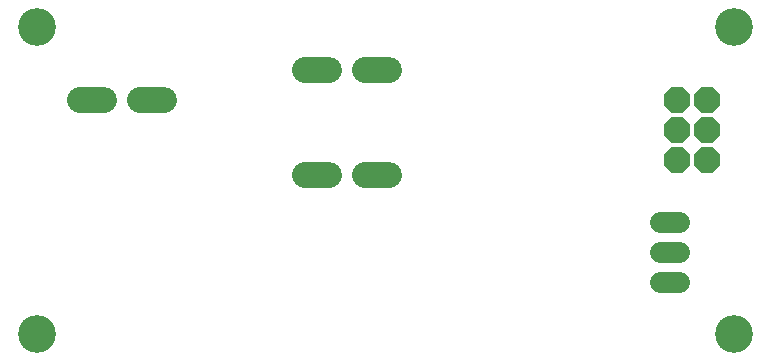
<source format=gbr>
G04 EAGLE Gerber RS-274X export*
G75*
%MOMM*%
%FSLAX34Y34*%
%LPD*%
%INSoldermask Bottom*%
%IPPOS*%
%AMOC8*
5,1,8,0,0,1.08239X$1,22.5*%
G01*
G04 Define Apertures*
%ADD10C,3.203200*%
%ADD11P,2.40204X8X112.5*%
%ADD12C,2.219200*%
%ADD13C,1.803200*%
D10*
X620000Y290000D03*
X620000Y30000D03*
X30000Y30000D03*
X30000Y290000D03*
D11*
X571500Y177800D03*
X596900Y177800D03*
X571500Y203200D03*
X596900Y203200D03*
X571500Y228600D03*
X596900Y228600D03*
D12*
X86280Y228600D02*
X66120Y228600D01*
X116920Y228600D02*
X137080Y228600D01*
X256620Y165100D02*
X276780Y165100D01*
X307420Y165100D02*
X327580Y165100D01*
D13*
X557000Y74600D02*
X573000Y74600D01*
X573000Y100000D02*
X557000Y100000D01*
X557000Y125400D02*
X573000Y125400D01*
D12*
X276780Y254000D02*
X256620Y254000D01*
X307420Y254000D02*
X327580Y254000D01*
M02*

</source>
